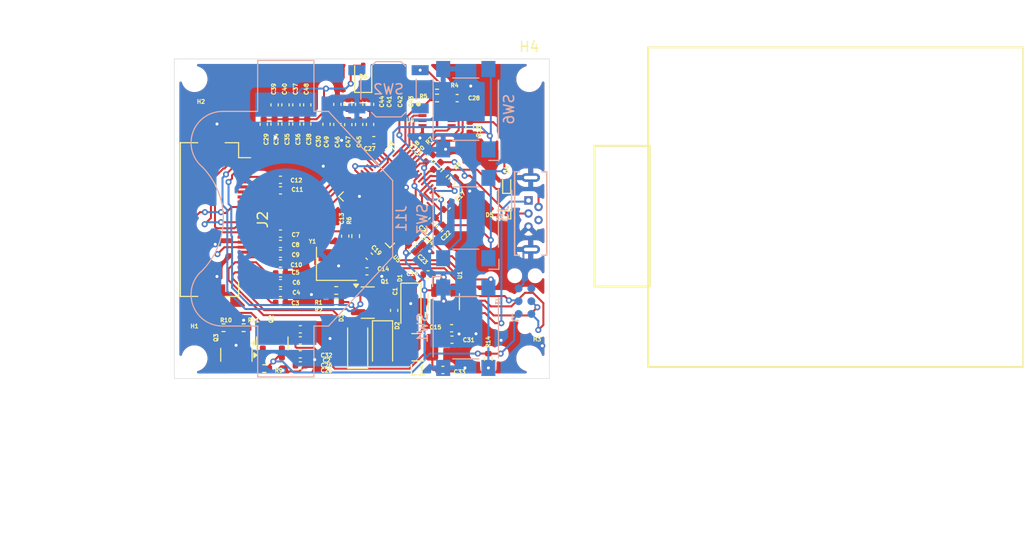
<source format=kicad_pcb>
(kicad_pcb (version 20240108) (generator "pcbnew") (generator_version "8.0")
  (layers (0 "F.Cu" signal) (31 "B.Cu" signal) (34 "B.Paste" user) (35 "F.Paste" user) (36 "B.SilkS" user "B.Silkscreen") (37 "F.SilkS" user "F.Silkscreen") (38 "B.Mask" user) (39 "F.Mask" user) (44 "Edge.Cuts" user))
  (net 0 "")
  (net 1 "Net-(D1-A)")
  (net 2 "GND")
  (net 3 "/Eink/PREVGL")
  (net 4 "Net-(D3-A)")
  (net 5 "/Eink/PREVGH")
  (net 6 "/Eink/VGH")
  (net 7 "/Eink/VSL")
  (net 8 "/Eink/VGL")
  (net 9 "/RP2040/XIN")
  (net 10 "/Eink/CLK")
  (net 11 "/Eink/EPD_CS")
  (net 12 "/Eink/VPP")
  (net 13 "/Eink/GDR")
  (net 14 "/Eink/VDD")
  (net 15 "/Eink/RESE")
  (net 16 "/Eink/VCOM")
  (net 17 "/Eink/DIN")
  (net 18 "/Eink/EPD_BUSY")
  (net 19 "/Eink/VSH")
  (net 20 "Net-(C14-Pad1)")
  (net 21 "VBUS")
  (net 22 "/RP2040/GPIO21")
  (net 23 "3V")
  (net 24 "+1V1")
  (net 25 "/RP2040/~{USB_BOOT}")
  (net 26 "Net-(Q2-G)")
  (net 27 "/RP2040/QSPI_SS")
  (net 28 "/RP2040/XOUT")
  (net 29 "/RP2040/USB_D+")
  (net 30 "Net-(U5-USB_DP)")
  (net 31 "Net-(U5-USB_DM)")
  (net 32 "/RP2040/USB_D-")
  (net 33 "/RP2040/QSPI_SCLK")
  (net 34 "/RP2040/QSPI_SD1")
  (net 35 "/RP2040/QSPI_SD0")
  (net 36 "/RP2040/QSPI_SD2")
  (net 37 "/RP2040/QSPI_SD3")
  (net 38 "/RP2040/SWCLK")
  (net 39 "/RP2040/SWD")
  (net 40 "/RP2040/GPIO6")
  (net 41 "/RP2040/GPIO19")
  (net 42 "/RP2040/GPIO4")
  (net 43 "/RP2040/GPIO5")
  (net 44 "/RP2040/GPIO13")
  (net 45 "/RP2040/GPIO15")
  (net 46 "/RP2040/GPIO28_ADC2")
  (net 47 "/RP2040/GPIO25")
  (net 48 "/RP2040/GPIO16")
  (net 49 "/RP2040/GPIO12")
  (net 50 "/RP2040/GPIO22")
  (net 51 "/RP2040/GPIO26_ADC0")
  (net 52 "/RP2040/GPIO27_ADC1")
  (net 53 "/RP2040/GPIO17")
  (net 54 "/RP2040/GPIO18")
  (net 55 "/RP2040/GPIO29_ADC3")
  (net 56 "/RP2040/RUN")
  (net 57 "/RP2040/GPIO14")
  (net 58 "/RP2040/GPIO20")
  (net 59 "/RP2040/GPIO0")
  (net 60 "/RP2040/GPIO24")
  (net 61 "/RP2040/GPIO23")
  (net 62 "Net-(Q3-G)")
  (net 65 "Net-(D6-A)")
  (net 66 "Net-(D6-K)")
  (net 67 "EPD_3V")
  (net 68 "/RP2040/GPIO1")
  (net 69 "/RP2040/GPIO7")
  (net 73 "/Eink/EPD_RST")
  (net 74 "/Eink/EPD_DC")
  (footprint "Capacitor_SMD:C_0402_1005Metric" (layer "F.Cu") (at 156.52 111.135195)
    (property "Reference" "C14")
    (property "Value" "15p")
  )
  (footprint "Capacitor_SMD:C_0402_1005Metric" (layer "F.Cu") (at 149.5 94.57 90)
    (property "Reference" "C37")
    (property "Value" "10u")
  )
  (footprint "Capacitor_SMD:C_0402_1005Metric" (layer "F.Cu") (at 154.359889 107.63466 -90)
    (property "Reference" "C13")
    (property "Value" "15p")
  )
  (footprint "Capacitor_SMD:C_0402_1005Metric" (layer "F.Cu") (at 161 108.885195 -45)
    (property "Reference" "C23")
    (property "Value" "100n")
  )
  (footprint "Capacitor_SMD:C_0402_1005Metric" (layer "F.Cu") (at 147.92 113.285 180)
    (property "Reference" "C4")
    (property "Value" "1uF")
  )
  (footprint "Resistor_SMD:R_0402_1005Metric" (layer "F.Cu") (at 155.4 107.635195 -90)
    (property "Reference" "R6")
    (property "Value" "1k")
  )
  (footprint "Diode_SMD:D_SOD-923" (layer "F.Cu") (at 170.43 102.52 90)
    (property "Reference" "D4")
    (property "Value" "ESD9B3.3ST5G")
  )
  (footprint "Package_TO_SOT_SMD:SOT-23" (layer "F.Cu") (at 156.6025 114.25)
    (property "Reference" "Q1")
    (property "Value" "AO3400A")
  )
  (footprint "Capacitor_SMD:C_0402_1005Metric" (layer "F.Cu") (at 147.92 102.03 180)
    (property "Reference" "C11")
    (property "Value" "1uF")
  )
  (footprint "Capacitor_SMD:C_0402_1005Metric" (layer "F.Cu") (at 153.583334 94.52 90)
    (property "Reference" "C44")
    (property "Value" "10u")
  )
  (footprint "Capacitor_SMD:C_0402_1005Metric" (layer "F.Cu") (at 147.92 107.385 180)
    (property "Reference" "C7")
    (property "Value" "100n")
  )
  (footprint "Resistor_SMD:R_0402_1005Metric" (layer "F.Cu") (at 146.30625 120.8175)
    (property "Reference" "R9")
    (property "Value" "47k")
  )
  (footprint "Diode_SMD:D_SOD-123" (layer "F.Cu") (at 160.9 114.67 -90)
    (property "Reference" "D1")
    (property "Value" "MBR0530")
  )
  (footprint "Capacitor_SMD:C_0402_1005Metric" (layer "F.Cu") (at 156.833334 96.52 -90)
    (property "Reference" "C45")
    (property "Value" "10u")
  )
  (footprint "Resistor_SMD:R_0402_1005Metric" (layer "F.Cu") (at 153.47 114.19)
    (property "Reference" "R2")
    (property "Value" "3")
  )
  (footprint "Resistor_SMD:R_0402_1005Metric" (layer "F.Cu") (at 168.6 119.84 90)
    (property "Reference" "R14")
    (property "Value" "10k")
  )
  (footprint "Brammm:SON50P300X200X60-9N" (layer "F.Cu") (at 163.5 95.885195)
    (property "Reference" "U4")
    (property "Value" "ZD25WQ32CEIGR" (hide yes))
  )
  (footprint "Capacitor_SMD:C_0402_1005Metric" (layer "F.Cu") (at 163.75 106.885195 -135)
    (property "Reference" "C22")
    (property "Value" "1uF")
  )
  (footprint "Capacitor_SMD:C_0402_1005Metric" (layer "F.Cu") (at 165.5 93.9)
    (property "Reference" "C28")
    (property "Value" "100n")
  )
  (footprint "Capacitor_SMD:C_0402_1005Metric" (layer "F.Cu") (at 164.99 117.94 180)
    (property "Reference" "C31")
    (property "Value" "100n")
  )
  (footprint "Resistor_SMD:R_0402_1005Metric" (layer "F.Cu") (at 166.75 96.8 -90)
    (property "Reference" "R13")
    (property "Value" "10k")
  )
  (footprint "MountingHole:MountingHole_2.1mm" (layer "F.Cu") (at 172.68 92)
    (property "Reference" "H4")
    (property "Value" "MountingHole")
  )
  (footprint "Capacitor_SMD:C_0402_1005Metric" (layer "F.Cu") (at 148.416667 94.57 90)
    (property "Reference" "C40")
    (property "Value" "10u")
  )
  (footprint "Capacitor_SMD:C_0402_1005Metric" (layer "F.Cu") (at 156.75 109.635195 -45)
    (property "Reference" "C19")
    (property "Value" "100n")
  )
  (footprint "Capacitor_SMD:C_0402_1005Metric" (layer "F.Cu") (at 147.333334 96.48 -90)
    (property "Reference" "C34")
    (property "Value" "10u")
  )
  (footprint "Capacitor_SMD:C_0402_1005Metric" (layer "F.Cu") (at 155.75 94.52 90)
    (property "Reference" "C42")
    (property "Value" "10u")
  )
  (footprint "Capacitor_SMD:C_0402_1005Metric" (layer "F.Cu") (at 165 102.135195 45)
    (property "Reference" "C20")
    (property "Value" "1uF")
  )
  (footprint "Diode_SMD:D_SOD-323" (layer "F.Cu") (at 156.15 91.725 90)
    (property "Reference" "D6")
    (property "Value" "LBAT54HT1G")
  )
  (footprint "MountingHole:MountingHole_2.1mm" (layer "F.Cu") (at 139.36 119.8)
    (property "Reference" "H1")
    (property "Value" "MountingHole")
  )
  (footprint "Capacitor_SMD:C_0402_1005Metric" (layer "F.Cu") (at 149.88982 120.5)
    (property "Reference" "C25")
    (property "Value" "100n")
  )
  (footprint "Capacitor_SMD:C_0402_1005Metric" (layer "F.Cu") (at 147.92 111.335 180)
    (property "Reference" "C5")
    (property "Value" "1uF")
  )
  (footprint "Capacitor_SMD:C_0402_1005Metric" (layer "F.Cu") (at 156.833334 94.52 90)
    (property "Reference" "C43")
    (property "Value" "10u")
  )
  (footprint "Capacitor_SMD:C_0402_1005Metric" (layer "F.Cu") (at 152.5 96.5 -90)
    (property "Reference" "C30")
    (property "Value" "10u")
  )
  (footprint "Capacitor_SMD:C_0402_1005Metric" (layer "F.Cu") (at 163 106.135195 -135)
    (property "Reference" "C21")
    (property "Value" "100n")
  )
  (footprint "Capacitor_SMD:C_0402_1005Metric" (layer "F.Cu") (at 157.2 98.085195 180)
    (property "Reference" "C27")
    (property "Value" "100n")
  )
  (footprint "Resistor_SMD:R_0402_1005Metric" (layer "F.Cu") (at 153.47 113.04)
    (property "Reference" "R1")
    (property "Value" "10k")
  )
  (footprint "Capacitor_SMD:C_0402_1005Metric" (layer "F.Cu") (at 159.23 115.03 90)
    (property "Reference" "C1")
    (property "Value" "100n")
  )
  (footprint "Capacitor_SMD:C_0402_1005Metric" (layer "F.Cu") (at 154.666667 94.52 90)
    (property "Reference" "C41")
    (property "Value" "10u")
  )
  (footprint "Diode_SMD:D_SOD-923" (layer "F.Cu") (at 169.975 105.525 180)
    (property "Reference" "D5")
    (property "Value" "ESD9B3.3ST5G")
  )
  (footprint "Capacitor_SMD:C_0402_1005Metric" (layer "F.Cu") (at 148.416667 96.48 -90)
    (property "Reference" "C35")
    (property "Value" "10u")
  )
  (footprint "Capacitor_SMD:C_0402_1005Metric" (layer "F.Cu") (at 153.583334 96.52 -90)
    (property "Reference" "C49")
    (property "Value" "10u")
  )
  (footprint "Resistor_SMD:R_0402_1005Metric" (layer "F.Cu") (at 164.25 101.385195 -135)
    (property "Reference" "R8")
    (property "Value" "27")
  )
  (footprint "Capacitor_SMD:C_0402_1005Metric" (layer "F.Cu") (at 161.75 108.135195 -45)
    (property "Reference" "C24")
    (property "Value" "100n")
  )
  (footprint "Capacitor_SMD:C_0402_1005Metric" (layer "F.Cu") (at 147.92 114.26 180)
    (property "Reference" "C3")
    (property "Value" "1uF")
  )
  (footprint "Resistor_SMD:R_0402_1005Metric" (layer "F.Cu") (at 163.5 93.885195 180)
    (property "Reference" "R5")
    (property "Value" "DNF")
  )
  (footprint "Capacitor_SMD:C_0402_1005Metric" (layer "F.Cu") (at 147.92 103.08 180)
    (property "Reference" "C12")
    (property "Value" "1uF")
  )
  (footprint "Package_DFN_QFN:QFN-56-1EP_7x7mm_P0.4mm_EP3.2x3.2mm" (layer "F.Cu") (at 158.8125 103.685195 -45)
    (property "Reference" "U5")
    (property "Value" "RP2040")
  )
  (footprint "Capacitor_SMD:C_0402_1005Metric" (layer "F.Cu") (at 149.88982 118.015462 180)
    (property "Reference" "C2")
    (property "Value" "10u")
  )
  (footprint "Diode_SMD:D_SOD-123" (layer "F.Cu") (at 155.6 118.42 90)
    (property "Reference" "D3")
    (property "Value" "MBR0530")
  )
  (footprint "Capacitor_SMD:C_0402_1005Metric" (layer "F.Cu") (at 154.666667 96.54 -90)
    (property "Reference" "C46")
    (property "Value" "10u")
  )
  (footprint "Resistor_SMD:R_0402_1005Metric" (layer "F.Cu") (at 163.5 100.635195 -135)
    (property "Reference" "R7")
    (property "Value" "27")
  )
  (footprint "Resistor_SMD:R_0402_1005Metric" (layer "F.Cu") (at 163.5 92.635195)
    (property "Reference" "R4")
    (property "Value" "1k")
  )
  (footprint "Brammm:display" (layer "F.Cu") (at 203.17 105.15)
    (property "Reference" "TP1" (hide yes))
    (property "Value" "TestPoint")
  )
  (footprint "Diode_SMD:D_SOD-123" (layer "F.Cu") (at 158.075 118.42 -90)
    (property "Reference" "D2")
    (property "Value" "MBR0530")
  )
  (footprint "Capacitor_SMD:C_0402_1005Metric" (layer "F.Cu") (at 149.88982 116.908796 180)
    (property "Reference" "C32")
    (property "Value" "1uF")
  )
  (footprint "Capacitor_SMD:C_0402_1005Metric" (layer "F.Cu") (at 162.75 99.885195 45)
    (property "Reference" "C18")
    (property "Value" "100n")
  )
  (footprint "Capacitor_SMD:C_0402_1005Metric" (layer "F.Cu") (at 164.95 116.8)
    (property "Reference" "C15")
    (property "Value" "10u")
  )
  (footprint "Capacitor_SMD:C_0402_1005Metric" (layer "F.Cu") (at 162.61 111.44 180)
    (property "Reference" "C16")
    (property "Value" "10u")
  )
  (footprint "Capacitor_SMD:C_0402_1005Metric" (layer "F.Cu") (at 150.583334 96.48 -90)
    (property "Reference" "C38")
    (property "Value" "10u")
  )
  (footprint "Capacitor_SMD:C_0402_1005Metric" (layer "F.Cu") (at 149.5 96.48 -90)
    (property "Reference" "C36")
    (property "Value" "10u")
  )
  (footprint "Resistor_SMD:R_0402_1005Metric" (layer "F.Cu") (at 142.25 116.75 180)
    (property "Reference" "R10")
    (property "Value" "10k")
  )
  (footprint "Capacitor_SMD:C_0402_1005Metric" (layer "F.Cu") (at 164.08 120.95 180)
    (property "Reference" "C33")
    (property "Value" "1uF")
  )
  (footprint "Capacitor_SMD:C_0402_1005Metric" (layer "F.Cu") (at 147.92 108.41 180)
    (property "Reference" "C8")
    (property "Value" "1uF")
  )
  (footprint "Resistor_SMD:R_0402_1005Metric" (layer "F.Cu") (at 144.25 116.75 180)
    (property "Reference" "R11")
    (property "Value" "47k")
  )
  (footprint "Package_TO_SOT_SMD:SOT-23" (layer "F.Cu") (at 143.53125 119.4425 -90)
    (property "Reference" "Q3")
    (property "Value" "AO3400A")
  )
  (footprint "Capacitor_SMD:C_0402_1005Metric" (layer "F.Cu") (at 147.92 110.36 180)
    (property "Reference" "C10")
    (property "Value" "1uF")
  )
  (footprint "Package_TO_SOT_SMD:SOT-23-5" (layer "F.Cu") (at 164.1675 114.16 90)
    (property "Reference" "U1")
    (property "Value" "MCP1802x-xx02xOT")
  )
  (footprint "Capacitor_SMD:C_0402_1005Metric" (layer "F.Cu") (at 147.92 112.31 180)
    (property "Reference" "C6")
    (property "Value" "1uF")
  )
  (footprint "Capacitor_SMD:C_0402_1005Metric" (layer "F.Cu") (at 146.25 96.5 -90)
    (property "Reference" "C29")
    (property "Value" "10u")
  )
  (footprint "Capacitor_SMD:C_0402_1005Metric" (layer "F.Cu") (at 164.5 104.635195 45)
    (property "Reference" "C17")
    (property "Value" "100n")
  )
  (footprint "Package_TO_SOT_SMD:SOT-23" (layer "F.Cu") (at 147.10625 118.3175 90)
    (property "Reference" "Q2")
    (property "Value" "AO3401A")
  )
  (footprint "Capacitor_SMD:C_0402_1005Metric" (layer "F.Cu") (at 147.92 109.385 180)
    (property "Reference" "C9")
    (property "Value" "1uF")
  )
  (footprint "MountingHole:MountingHole_2.1mm" (layer "F.Cu") (at 172.68 119.8)
    (property "Reference" "H3")
    (property "Value" "MountingHole")
  )
  (footprint "Brammm:Hirose_FH12-24S-0.5SH_1x24-1MP_P0.50mm_Horizontal" (layer "F.Cu") (at 142.45 105.985195 -90)
    (property "Reference" "J2")
    (property "Value" "Conn_01x24")
  )
  (footprint "Inductor_SMD:L_1210_3225Metric" (layer "F.Cu") (at 161.59 118.69 180)
    (property "Reference" "L1")
    (property "Value" "68uH")
  )
  (footprint "Capacitor_SMD:C_0402_1005Metric" (layer "F.Cu") (at 147.333334 94.57 90)
    (property "Reference" "C39")
    (property "Value" "10u")
  )
  (footprint "Crystal:Crystal_SMD_3225-4Pin_3.2x2.5mm" (layer "F.Cu") (at 153.5 110.385195)
    (property "Reference" "Y1")
    (property "Value" "ABM8-272-T3")
  )
  (footprint "Capacitor_SMD:C_0402_1005Metric" (layer "F.Cu") (at 149.88982 119.393332)
    (property "Reference" "C26")
    (property "Value" "100n")
  )
  (footprint "MountingHole:MountingHole_2.1mm" (layer "F.Cu") (at 139.36 92)
    (property "Reference" "H2")
    (property "Value" "MountingHole")
  )
  (footprint "Capacitor_SMD:C_0402_1005Metric" (layer "F.Cu") (at 150.583334 94.57 90)
    (property "Reference" "C48")
    (property "Value" "10u")
  )
  (footprint "Capacitor_SMD:C_0402_1005Metric" (layer "F.Cu") (at 155.75 96.52 -90)
    (property "Reference" "C47")
    (property "Value" "10u")
  )
  (footprint "Battery:BatteryHolder_Multicomp_BC-2001_1x2032" (layer "B.Cu") (at 148.45 105.9 -90)
    (property "Reference" "J11")
    (property "Value" "BAT-HLD-001-THM")
  )
  (footprint "Connector_USB:USB_Micro-B_Wuerth_614105150721_Vertical" (layer "B.Cu") (at 172.6 104.0825 -90)
    (property "Reference" "J5")
    (property "Value" "USB_B_Micro")
  )
  (footprint "Connector:Tag-Connect_TC2030-IDC-NL_2x03_P1.27mm_Vertical" (layer "B.Cu") (at 172.25 114.11 90)
    (property "Reference" "J3")
    (property "Value" "Conn_ARM_SWD_TagConnect_TC2030")
  )
  (footprint "Button_Switch_SMD:SW_SPST_Omron_B3FS-100xP" (layer "B.Cu") (at 166.36 116.75 -90)
    (property "Reference" "SW1")
    (property "Value" "SW_Omron_B3FS")
  )
  (footprint "Button_Switch_SMD:SW_SPST_Omron_B3FS-100xP" (layer "B.Cu") (at 166.36 105.8325 90)
    (property "Reference" "SW3")
    (property "Value" "SW_Omron_B3FS")
  )
  (footprint "Button_Switch_SMD:SW_SPST_Omron_B3FS-100xP" (layer "B.Cu") (at 166.36 95 90)
    (property "Reference" "SW6")
    (property "Value" "SW_Omron_B3FS")
  )
  (footprint "Brammm:SW_SPST_TL3342" (layer "B.Cu") (at 158.67 93.02)
    (property "Reference" "SW2")
    (property "Value" "SW_MEC_5E")
  )
  (gr_line (start 137.36 90) (end 174.68 90) (stroke (width 0.05)) (layer "Edge.Cuts"))
  (gr_line (start 137.36 121.8) (end 174.68 121.8) (stroke (width 0.05)) (layer "Edge.Cuts"))
  (gr_line (start 137.36 90) (end 137.36 121.8) (stroke (width 0.05)) (layer "Edge.Cuts"))
  (gr_line (start 174.68 90) (end 174.68 121.8) (stroke (width 0.05)) (layer "Edge.Cuts"))
  (segment (start 159.23 115.51) (end 159.23 115.615) (width 0.2) (layer "F.Cu") (net 1))
  (segment (start 159.23 115.51) (end 160.09 115.51) (width 0.2) (layer "F.Cu") (net 1))
  (segment (start 159.23 115.615) (end 158.075 116.77) (width 0.2) (layer "F.Cu") (net 1))
  (segment (start 160.09 115.51) (end 160.9 116.32) (width 0.2) (layer "F.Cu") (net 1))
  (segment (start 165.47 117.37) (end 165.69 117.37) (width 0.2) (layer "F.Cu") (net 2))
  (segment (start 150.36982 120.5) (end 150.5 120.5) (width 0.2) (layer "F.Cu") (net 2))
  (segment (start 141.425 108.45) (end 141.639805 108.235195) (width 0.2) (layer "F.Cu") (net 2))
  (segment (start 165.47 117.37) (end 165.47 116.84) (width 0.2) (layer "F.Cu") (net 2))
  (segment (start 157 111.135195) (end 157 110.064017) (width 0.2) (layer "F.Cu") (net 2))
  (segment (start 157.5 111.135195) (end 158 111.635195) (width 0.2) (layer "F.Cu") (net 2))
  (segment (start 142.58125 118.505) (end 143.495 118.505) (width 0.2) (layer "F.Cu") (net 2))
  (segment (start 164.16 111.72) (end 164.1675 111.7275) (width 0.2) (layer "F.Cu") (net 2))
  (segment (start 150.36982 119.393332) (end 150.36982 120.5) (width 0.2) (layer "F.Cu") (net 2))
  (segment (start 157 111.135195) (end 157.5 111.135195) (width 0.2) (layer "F.Cu") (net 2))
  (segment (start 148.4 103.55) (end 148.4 103.08) (width 0.2) (layer "F.Cu") (net 2))
  (segment (start 163.089411 99.545784) (end 163.796716 99.545784) (width 0.2) (layer "F.Cu") (net 2))
  (segment (start 153.4 110.285195) (end 153.705685 110.59088) (width 0.2) (layer "F.Cu") (net 2))
  (segment (start 154 108.395194) (end 154.079355 108.395194) (width 0.2) (layer "F.Cu") (net 2))
  (segment (start 164.56 120.95) (end 166.08 120.95) (width 0.2) (layer "F.Cu") (net 2))
  (segment (start 148.285 121.11) (end 148.175 121) (width 0.2) (layer "F.Cu") (net 2))
  (segment (start 166.08 120.95) (end 166.28 120.75) (width 0.2) (layer "F.Cu") (net 2))
  (segment (start 150.36982 120.5) (end 149.75982 121.11) (width 0.2) (layer "F.Cu") (net 2))
  (segment (start 141.62 96.495) (end 141.6 96.475) (width 0.2) (layer "F.Cu") (net 2))
  (segment (start 159.707695 102.79) (end 158.8125 103.685195) (width 0.2) (layer "F.Cu") (net 2))
  (segment (start 160.9 113.02) (end 160.9 114.33) (width 0.2) (layer "F.Cu") (net 2))
  (segment (start 152.859999 109.535195) (end 152.4 109.535195) (width 0.2) (layer "F.Cu") (net 2))
  (segment (start 148.214805 103.735195) (end 148.4 103.55) (width 0.2) (layer "F.Cu") (net 2))
  (segment (start 144.76 116.51) (end 144.25 116) (width 0.2) (layer "F.Cu") (net 2))
  (segment (start 163.796716 99.545784) (end 164.35 98.9925) (width 0.2) (layer "F.Cu") (net 2))
  (segment (start 143.495 118.505) (end 143.5 118.5) (width 0.2) (layer "F.Cu") (net 2))
  (segment (start 162.660589 106.474606) (end 162.783024 106.474606) (width 0.2) (layer "F.Cu") (net 2))
  (segment (start 141.639805 108.235195) (end 144.3 108.235195) (width 0.2) (layer "F.Cu") (net 2))
  (segment (start 157 110.064017) (end 157.089411 109.974606) (width 0.2) (layer "F.Cu") (net 2))
  (segment (start 165.395784 101.795784) (end 166.75 103.15) (width 0.2) (layer "F.Cu") (net 2))
  (segment (start 157 111.135195) (end 156.39 111.745195) (width 0.2) (layer "F.Cu") (net 2))
  (segment (start 162.13 111.44) (end 162.13 111.79) (width 0.2) (layer "F.Cu") (net 2))
  (segment (start 165.47 116.84) (end 165.43 116.8) (width 0.2) (layer "F.Cu") (net 2))
  (segment (start 162.05 97.025) (end 162.05 97.619266) (width 0.2) (layer "F.Cu") (net 2))
  (segment (start 149.75982 121.11) (end 148.285 121.11) (width 0.2) (layer "F.Cu") (net 2))
  (segment (start 154.1 110.985195) (end 153.4 110.285195) (width 0.2) (layer "F.Cu") (net 2))
  (segment (start 154.6 110.985195) (end 154.1 110.985195) (width 0.2) (layer "F.Cu") (net 2))
  (segment (start 144.76 116.75) (end 144.76 116.51) (width 0.2) (layer "F.Cu") (net 2))
  (segment (start 147.333334 97.733334) (end 147.4 97.8) (width 0.2) (layer "F.Cu") (net 2))
  (segment (start 162.05 97.025) (end 162.05 97.335195) (width 0.2) (layer "F.Cu") (net 2))
  (segment (start 164.1675 111.7275) (end 164.1675 115.2975) (width 0.2) (layer "F.Cu") (net 2))
  (segment (start 153.705685 110.59088) (end 153.705685 110.595893) (width 0.2) (layer "F.Cu") (net 2))
  (segment (start 165.339411 101.795784) (end 165.395784 101.795784) (width 0.2) (layer "F.Cu") (net 2))
  (segment (start 162.13 111.79) (end 160.9 113.02) (width 0.2) (layer "F.Cu") (net 2))
  (segment (start 160.9 114.33) (end 160.88 114.35) (width 0.2) (layer "F.Cu") (net 2))
  (segment (start 162.089411 108.474606) (end 162.75 109.135195) (width 0.2) (layer "F.Cu") (net 2))
  (segment (start 165.47 117.94) (end 165.47 117.37) (width 0.2) (layer "F.Cu") (net 2))
  (segment (start 141.62 113.435195) (end 141.62 111.67) (width 0.2) (layer "F.Cu") (net 2))
  (segment (start 162.05 97.335195) (end 162 97.385195) (width 0.2) (layer "F.Cu") (net 2))
  (segment (start 162.05 96.635195) (end 162.05 97.025) (width 0.2) (layer "F.Cu") (net 2))
  (segment (start 141.62 98.535195) (end 141.62 96.495) (width 0.2) (layer "F.Cu") (net 2))
  (segment (start 155.36 111.745195) (end 154.6 110.985195) (width 0.2) (layer "F.Cu") (net 2))
  (segment (start 154 108.395194) (end 152.859999 109.535195) (width 0.2) (layer "F.Cu") (net 2))
  (segment (start 156.39 111.745195) (end 155.36 111.745195) (width 0.2) (layer "F.Cu") (net 2))
  (segment (start 161.339411 109.224606) (end 162.089411 108.474606) (width 0.2) (layer "F.Cu") (net 2))
  (segment (start 160.41 102.79) (end 159.707695 102.79) (width 0.2) (layer "F.Cu") (net 2))
  (segment (start 157.398287 103.685195) (end 155.674714 105.408768) (width 0.2) (layer "F.Cu") (net 2))
  (segment (start 163.937857 91.578734) (end 164.693539 91.578734) (width 0.2) (layer "F.Cu") (net 2))
  (segment (start 144.3 103.735195) (end 148.214805 103.735195) (width 0.2) (layer "F.Cu") (net 2))
  (segment (start 148.4 103.08) (end 148.4 102.03) (width 0.2) (layer "F.Cu") (net 2))
  (segment (start 158.8125 103.685195) (end 157.398287 103.685195) (width 0.2) (layer "F.Cu") (net 2))
  (segment (start 153.4 110.285195) (end 152.4 109.285195) (width 0.2) (layer "F.Cu") (net 2))
  (segment (start 141.62 111.67) (end 141.6 111.65) (width 0.2) (layer "F.Cu") (net 2))
  (segment (start 147.333334 96.96) (end 147.333334 97.733334) (width 0.2) (layer "F.Cu") (net 2))
  (segment (start 162.05 97.619266) (end 161.799283 97.869983) (width 0.2) (layer "F.Cu") (net 2))
  (via (at 151 113.45) (size 0.6) (drill 0.3) (layers "F.Cu" "B.Cu") (net 2))
  (via (at 155.775 103.675) (size 0.6) (drill 0.3) (layers "F.Cu" "B.Cu") (net 2))
  (via (at 164.35 98.9925) (size 0.6) (drill 0.3) (layers "F.Cu" "B.Cu") (net 2))
  (via (at 166.28 120.75) (size 0.6) (drill 0.3) (layers "F.Cu" "B.Cu") (net 2))
  (via (at 161.799283 97.869983) (size 0.6) (drill 0.3) (layers "F.Cu" "B.Cu") (net 2))
  (via (at 164.16 114.11) (size 0.6) (drill 0.3) (layers "F.Cu" "B.Cu") (net 2))
  (via (at 141.6 111.65) (size 0.6) (drill 0.3) (layers "F.Cu" "B.Cu") (net 2))
  (via (at 158 111.635195) (size 0.6) (drill 0.3) (layers "F.Cu" "B.Cu") (net 2))
  (via (at 141.6 96.475) (size 0.6) (drill 0.3) (layers "F.Cu" "B.Cu") (net 2))
  (via (at 143.5 118.5) (size 0.6) (drill 0.3) (layers "F.Cu" "B.Cu") (net 2))
  (via (at 165.69 117.37) (size 0.6) (drill 0.3) (layers "F.Cu" "B.Cu") (net 2))
  (via (at 148.175 121) (size 0.6) (drill 0.3) (layers "F.Cu" "B.Cu") (net 2))
  (via (at 169.875 118) (size 0.6) (drill 0.3) (layers "F.Cu" "B.Cu") (net 2))
  (via (at 166.85 92.7) (size 0.6) (drill 0.3) (layers "F.Cu" "B.Cu") (net 2))
  (via (at 147.4 97.8) (size 0.6) (drill 0.3) (layers "F.Cu" "B.Cu") (net 2))
  (via (at 151.325 119.925) (size 0.6) (drill 0.3) (layers "F.Cu" "B.Cu") (net 2))
  (via (at 166.75 103.15) (size 0.6) (drill 0.3) (layers "F.Cu" "B.Cu") (net 2))
  (via (at 144.25 116) (size 0.6) (drill 0.3) (layers "F.Cu" "B.Cu") (net 2))
  (via (at 173.975 118.55) (size 0.6) (drill 0.3) (layers "F.Cu" "B.Cu") (net 2))
  (via (at 152.85 117.825) (size 0.6) (drill 0.3) (layers "F.Cu" "B.Cu") (net 2))
  (via (at 167.375 117.35) (size 0.6) (drill 0.3) (layers "F.Cu" "B.Cu") (net 2))
  (via (at 164.16 111.72) (size 0.6) (drill 0.3) (layers "F.Cu" "B.Cu") (net 2))
  (via (at 162.75 109.135195) (size 0.6) (drill 0.3) (layers "F.Cu" "B.Cu") (net 2))
  (via (at 154 98.1) (size 0.6) (drill 0.3) (layers "F.Cu" "B.Cu") (net 2))
  (via (at 153.705685 110.595893) (size 0.6) (drill 0.3) (layers "F.Cu" "B.Cu") (net 2))
  (via (at 152.175 100.675) (size 0.6) (drill 0.3) (layers "F.Cu" "B.Cu") (net 2))
  (via (at 160.41 102.79) (size 0.6) (drill 0.3) (layers "F.Cu" "B.Cu") (net 2))
  (via (at 160.88 114.35) (size 0.6) (drill 0.3) (layers "F.Cu" "B.Cu") (net 2))
  (via (at 141.425 108.45) (size 0.6) (drill 0.3) (layers "F.Cu" "B.Cu") (net 2))
  (segment (start 172.095 112.36) (end 172.095 109.075) (width 0.2) (layer "B.Cu") (net 2))
  (segment (start 162.05 98.125) (end 163.4825 98.125) (width 0.2) (layer "B.Cu") (net 2))
  (segment (start 171.615 112.84) (end 172.095 112.36) (width 0.2) (layer "B.Cu") (net 2))
  (segment (start 163.4825 98.125) (end 164.35 98.9925) (width 0.2) (layer "B.Cu") (net 2))
  (segment (start 143.15 111.485195) (end 143.4 111.235195) (width 0.2) (layer "F.Cu") (net 3))
  (segment (start 145.585195 111.835195) (end 147.035 113.285) (width 0.2) (layer "F.Cu") (net 3))
  (segment (start 155.29 118.83) (end 156.835 118.83) (width 0.2) (layer "F.Cu") (net 3))
  (segment (start 145.169509 111.235195) (end 144.3 111.235195) (width 0.2) (layer "F.Cu") (net 3))
  (segment (start 153.116977 115) (end 154.7 116.583023) (width 0.2) (layer "F.Cu") (net 3))
  (segment (start 156.835 118.83) (end 158.075 120.07) (width 0.2) (layer "F.Cu") (net 3))
  (segment (start 143.15 111.85) (end 143.15 111.485195) (width 0.2) (layer "F.Cu") (net 3))
  (segment (start 146.3 115) (end 143.15 111.85) (width 0.2) (layer "F.Cu") (net 3))
  (segment (start 154.7 118.24) (end 155.29 118.83) (width 0.2) (layer "F.Cu") (net 3))
  (segment (start 145.585195 111.650881) (end 145.169509 111.235195) (width 0.2) (layer "F.Cu") (net 3))
  (segment (start 143.4 111.235195) (end 144.3 111.235195) (width 0.2) (layer "F.Cu") (net 3))
  (segment (start 147.035 113.285) (end 147.44 113.285) (width 0.2) (layer "F.Cu") (net 3))
  (segment (start 154.7 116.583023) (end 154.7 118.24) (width 0.2) (layer "F.Cu") (net 3))
  (segment (start 145.585195 111.835195) (end 145.585195 111.650881) (width 0.2) (layer "F.Cu") (net 3))
  (segment (start 153.116977 115) (end 146.3 115) (width 0.2) (layer "F.Cu") (net 3))
  (segment (start 157.07 116.03) (end 157.07 114.72) (width 0.2) (layer "F.Cu") (net 4))
  (segment (start 157.07 114.72) (end 157.54 114.25) (width 0.2) (layer "F.Cu") (net 4))
  (segment (start 157.92 118.69) (end 160.23 118.69) (width 0.2) (layer "F.Cu") (net 4))
  (segment (start 156.33 116.77) (end 157.07 116.03) (width 0.2) (layer "F.Cu") (net 4))
  (segment (start 156 116.77) (end 157.92 118.69) (width 0.2) (layer "F.Cu") (net 4))
  (segment (start 158.93 114.25) (end 159.23 114.55) (width 0.2) (layer "F.Cu") (net 4))
  (segment (start 157.54 114.25) (end 158.93 114.25) (width 0.2) (layer "F.Cu") (net 4))
  (segment (start 155.6 116.77) (end 156 116.77) (width 0.2) (layer "F.Cu") (net 4))
  (segment (start 155.6 116.77) (end 156.33 116.77) (width 0.2) (layer "F.Cu") (net 4))
  (segment (start 145.485195 110.235195) (end 144.3 110.235195) (width 0.2) (layer "F.Cu") (net 5))
  (segment (start 143.4 110.235195) (end 142.75 110.885195) (width 0.2) (layer "F.Cu") (net 5))
  (segment (start 144.3 110.235195) (end 143.4 110.235195) (width 0.2) (layer "F.Cu") (net 5))
  (segment (start 154.1875 116.636209) (end 154.1875 119.4675) (width 0.2) (layer "F.Cu") (net 5))
  (segment (start 146.585 111.335) (end 145.485195 110.235195) (width 0.2) (layer "F.Cu") (net 5))
  (segment (start 147.44 111.335) (end 146.585 111.335) (width 0.2) (layer "F.Cu") (net 5))
  (segment (start 153.051291 115.5) (end 154.1875 116.636209) (width 0.2) (layer "F.Cu") (net 5))
  (segment (start 142.75 110.885195) (end 142.75 112.015685) (width 0.2) (layer "F.Cu") (net 5))
  (segment (start 146.234315 115.5) (end 153.051291 115.5) (width 0.2) (layer "F.Cu") (net 5))
  (segment (start 142.75 112.015685) (end 146.234315 115.5) (width 0.2) (layer "F.Cu") (net 5))
  (segment (start 154.1875 119.4675) (end 154.79 120.07) (width 0.2) (layer "F.Cu") (net 5))
  (segment (start 154.79 120.07) (end 155.6 120.07) (width 0.2) (layer "F.Cu") (net 5))
  (segment (start 146.33 103.08) (end 147.44 103.08) (width 0.2) (layer "F.Cu") (net 6))
  (segment (start 145.485195 102.235195) (end 144.3 102.235195) (width 0.2) (layer "F.Cu") (net 6))
  (segment (start 146.33 103.08) (end 145.485195 102.235195) (width 0.2) (layer "F.Cu") (net 6))
  (segment (start 147.44 112.31) (end 146.81 112.31) (width 0.2) (layer "F.Cu") (net 7))
  (segment (start 146.81 112.31) (end 145.235195 110.735195) (width 0.2) (layer "F.Cu") (net 7))
  (segment (start 145.235195 110.735195) (end 144.3 110.735195) (width 0.2) (layer "F.Cu") (net 7))
  (segment (start 146.175195 101.735195) (end 144.3 101.735195) (width 0.2) (layer "F.Cu") (net 8))
  (segment (start 146.47 102.03) (end 146.175195 101.735195) (width 0.2) (layer "F.Cu") (net 8))
  (segment (start 146.47 102.03) (end 147.44 102.03) (width 0.2) (layer "F.Cu") (net 8))
  (segment (start 154.55 106.385195) (end 154.375 106.560195) (width 0.2) (layer "F.Cu") (net 9))
  (segment (start 155.957556 105.69161) (end 155.263971 106.385195) (width 0.2) (layer "F.Cu") (net 9))
  (segment (start 152.4 111.235195) (end 152.2 111.235195) (width 0.2) (layer "F.Cu") (net 9))
  (segment (start 153.055535 107.15466) (end 154.359889 107.15466) (width 0.2) (layer "F.Cu") (net 9))
  (segment (start 155.263971 106.385195) (end 154.55 106.385195) (width 0.2) (layer "F.Cu") (net 9))
  (segment (start 154.375 106.685195) (end 154.359889 106.700306) (width 0.2) (layer "F.Cu") (net 9))
  (segment (start 154.359889 106.700306) (end 154.359889 107.15466) (width 0.2) (layer "F.Cu") (net 9))
  (segment (start 151.375 110.410195) (end 151.375 108.835195) (width 0.2) (layer "F.Cu") (net 9))
  (segment (start 151.375 108.835195) (end 153.055535 107.15466) (width 0.2) (layer "F.Cu") (net 9))
  (segment (start 152.2 111.235195) (end 151.375 110.410195) (width 0.2) (layer "F.Cu") (net 9))
  (segment (start 152.4 110.985195) (end 152.25 110.985195) (width 0.2) (layer "F.Cu") (net 9))
  (segment (start 152.4 110.985195) (end 152.5 110.985195) (width 0.2) (layer "F.Cu") (net 9))
  (segment (start 154.375 106.560195) (end 154.375 106.685195) (width 0.2) (layer "F.Cu") (net 9))
  (segment (start 142.082802 100.491051) (end 142.108949 100.491051) (width 0.2) (layer "F.Cu") (net 10))
  (segment (start 144.285195 106.25) (end 144.3 106.235195) (width 0.2) (layer "F.Cu") (net 10))
  (segment (start 143.5 99.1) (end 156.207204 99.1) (width 0.2) (layer "F.Cu") (net 10))
  (segment (start 141 101.573853) (end 142.082802 100.491051) (width 0.2) (layer "F.Cu") (net 10))
  (segment (start 141 105.825) (end 141 101.573853) (width 0.2) (layer "F.Cu") (net 10))
  (segment (start 140.375 106.45) (end 141 105.825) (width 0.2) (layer "F.Cu") (net 10))
  (segment (start 142.108949 100.491051) (end 143.5 99.1) (width 0.2) (layer "F.Cu") (net 10))
  (segment (start 142 106.25) (end 144.285195 106.25) (width 0.2) (layer "F.Cu") (net 10))
  (segment (start 156.207204 99.1) (end 157.37177 100.264566) (width 0.2) (layer "F.Cu") (net 10))
  (via (at 142 106.25) (size 0.6) (drill 0.3) (layers "F.Cu" "B.Cu") (net 10))
  (via (at 140.375 106.45) (size 0.6) (drill 0.3) (layers "F.Cu" "B.Cu") (net 10))
  (segment (start 142 106.25) (end 140.575 106.25) (width 0.2) (layer "B.Cu") (net 10))
  (segment (start 140.575 106.25) (end 140.375 106.45) (width 0.2) (layer "B.Cu") (net 10))
  (segment (start 151.725 105.735195) (end 154.367202 103.092993) (width 0.2) (layer "F.Cu") (net 11))
  (segment (start 144.3 105.735195) (end 151.725 105.735195) (width 0.2) (layer "F.Cu") (net 11))
  (segment (start 154.543343 103.092993) (end 154.367202 103.092993) (width 0.2) (layer "F.Cu") (net 11))
  (segment (start 144.3 109.235195) (end 146.465195 109.235195) (width 0.2) (layer "F.Cu") (net 12))
  (segment (start 146.615 109.385) (end 147.44 109.385) (width 0.2) (layer "F.Cu") (net 12))
  (segment (start 146.465195 109.235195) (end 146.615 109.385) (width 0.2) (layer "F.Cu") (net 12))
  (segment (start 155.665 113.3) (end 154.24 113.3) (width 0.2) (layer "F.Cu") (net 13))
  (segment (start 154.24 113.3) (end 153.98 113.04) (width 0.2) (layer "F.Cu") (net 13))
  (segment (start 155.87 114.4) (end 155.87 113.505) (width 0.2) (layer "F.Cu") (net 13))
  (segment (start 155.87 113.505) (end 155.665 113.3) (width 0.2) (layer "F.Cu") (net 13))
  (segment (start 143.252873 100.735195) (end 144.3 100.735195) (width 0.2) (layer "F.Cu") (net 13))
  (segment (start 142.497017 101.491051) (end 143.252873 100.735195) (width 0.2) (layer "F.Cu") (net 13))
  (via (at 155.87 114.4) (size 0.6) (drill 0.3) (layers "F.Cu" "B.Cu") (net 13))
  (via (at 142.497017 101.491051) (size 0.6) (drill 0.3) (layers "F.Cu" "B.Cu") (net 13))
  (segment (start 142.15 101.838068) (end 142.15 104.551471) (width 0.2) (layer "B.Cu") (net 13))
  (segment (start 144.4175 114.8925) (end 154.508971 114.8925) (width 0.2) (layer "B.Cu") (net 13))
  (segment (start 142.15 104.551471) (end 142.625 105.026471) (width 0.2) (layer "B.Cu") (net 13))
  (segment (start 155.87 114.428529) (end 155.87 114.4) (width 0.2) (layer "B.Cu") (net 13))
  (segment (start 142.497017 101.491051) (end 142.15 101.838068) (width 0.2) (layer "B.Cu") (net 13))
  (segment (start 154.508971 114.8925) (end 154.708971 115.0925) (width 0.2) (layer "B.Cu") (net 13))
  (segment (start 142.625 105.026471) (end 142.625 113.1) (width 0.2) (layer "B.Cu") (net 13))
  (segment (start 142.625 113.1) (end 144.4175 114.8925) (width 0.2) (layer "B.Cu") (net 13))
  (segment (start 155.206029 115.0925) (end 155.87 114.428529) (width 0.2) (layer "B.Cu") (net 13))
  (segment (start 154.708971 115.0925) (end 155.206029 115.0925) (width 0.2) (layer "B.Cu") (net 13))
  (segment (start 141.65 109.425) (end 142.339805 108.735195) (width 0.2) (layer "F.Cu") (net 14))
  (segment (start 144.3 108.735195) (end 146.514805 108.735195) (width 0.2) (layer "F.Cu") (net 14))
  (segment (start 146.514805 108.735195) (end 146.84 108.41) (width 0.2) (layer "F.Cu") (net 14))
  (segment (start 146.84 108.41) (end 147.44 108.41) (width 0.2) (layer "F.Cu") (net 14))
  (segment (start 142.339805 108.735195) (end 144.3 108.735195) (width 0.2) (layer "F.Cu") (net 14))
  (via (at 141.65 109.425) (size 0.6) (drill 0.3) (layers "F.Cu" "B.Cu") (net 14))
  (segment (start 143.1 101.9) (end 143.1 101.585195) (width 0.2) (layer "F.Cu") (net 15))
  (segment (start 154.655 114.19) (end 154.9575 114.4925) (width 0.2) (layer "F.Cu") (net 15))
  (segment (start 153.98 114.19) (end 154.655 114.19) (width 0.2) (layer "F.Cu") (net 15))
  (segment (start 154.9575 114.4925) (end 155.665 115.2) (width 0.2) (layer "F.Cu") (net 15))
  (segment (start 143.45 101.235195) (end 144.3 101.235195) (width 0.2) (layer "F.Cu") (net 15))
  (segment (start 143.1 101.585195) (end 143.45 101.235195) (width 0.2) (layer "F.Cu") (net 15))
  (segment (start 142.75 102.25) (end 143.1 101.9) (width 0.2) (layer "F.Cu") (net 15))
  (via (at 142.75 102.25) (size 0.6) (drill 0.3) (layers "F.Cu" "B.Cu") (net 15))
  (via (at 154.9575 114.4925) (size 0.6) (drill 0.3) (layers "F.Cu" "B.Cu") (net 15))
  (segment (start 143.025 107.6) (end 143.1 107.675) (width 0.2) (layer "B.Cu") (net 15))
  (segment (start 144.8175 114.4925) (end 154.9575 114.4925) (width 0.2) (layer "B.Cu") (net 15))
  (segment (start 143.025 104.7) (end 143.025 107.6) (width 0.2) (layer "B.Cu") (net 15))
  (segment (start 142.75 104.425) (end 143.025 104.7) (width 0.2) (layer "B.Cu") (net 15))
  (segment (start 143.1 112.775) (end 144.8175 114.4925) (width 0.2) (layer "B.Cu") (net 15))
  (segment (start 143.1 107.675) (end 143.1 112.775) (width 0.2) (layer "B.Cu") (net 15))
  (segment (start 142.75 102.25) (end 142.75 104.425) (width 0.2) (layer "B.Cu") (net 15))
  (segment (start 147.01 114.26) (end 147.44 114.26) (width 0.2) (layer "F.Cu") (net 16))
  (segment (start 144.485195 111.735195) (end 147.01 114.26) (width 0.2) (layer "F.Cu") (net 16))
  (segment (start 144.3 111.735195) (end 144.485195 111.735195) (width 0.2) (layer "F.Cu") (net 16))
  (segment (start 141.4 106.7) (end 141.4 101.739539) (width 0.2) (layer "F.Cu") (net 17))
  (segment (start 142.248488 100.891051) (end 142.358949 100.891051) (width 0.2) (layer "F.Cu") (net 17))
  (segment (start 143.75 99.5) (end 156.041518 99.5) (width 0.2) (layer "F.Cu") (net 17))
  (segment (start 143.464805 106.735195) (end 143.35 106.85) (width 0.2) (layer "F.Cu") (net 17))
  (segment (start 143.35 106.85) (end 141.55 106.85) (width 0.2) (layer "F.Cu") (net 17))
  (segment (start 142.358949 100.891051) (end 143.75 99.5) (width 0.2) (layer "F.Cu") (net 17))
  (segment (start 144.3 106.735195) (end 143.464805 106.735195) (width 0.2) (layer "F.Cu") (net 17))
  (segment (start 141.4 101.739539) (end 142.248488 100.891051) (width 0.2) (layer "F.Cu") (net 17))
  (segment (start 141.55 106.85) (end 141.4 106.7) (width 0.2) (layer "F.Cu") (net 17))
  (segment (start 156.041518 99.5) (end 157.088927 100.547409) (width 0.2) (layer "F.Cu") (net 17))
  (segment (start 154.448687 101.301283) (end 155.391871 102.244465) (width 0.2) (layer "F.Cu") (net 18))
  (segment (start 154.033912 101.301283) (end 151.1 104.235195) (width 0.2) (layer "F.Cu") (net 18))
  (segment (start 154.033912 101.301283) (end 154.448687 101.301283) (width 0.2) (layer "F.Cu") (net 18))
  (segment (start 151.1 104.235195) (end 144.3 104.235195) (width 0.2) (layer "F.Cu") (net 18))
  (segment (start 147.415195 110.335195) (end 147.44 110.36) (width 0.2) (layer "F.Cu") (net 19))
  (segment (start 147.44 110.36) (end 147.024315 110.36) (width 0.2) (layer "F.Cu") (net 19))
  (segment (start 147.024315 110.36) (end 146.39951 109.735195) (width 0.2) (layer "F.Cu") (net 19))
  (segment (start 146.39951 109.735195) (end 144.3 109.735195) (width 0.2) (layer "F.Cu") (net 19))
  (segment (start 155.4 108.735195) (end 155.4 108.145195) (width 0.2) (layer "F.Cu") (net 20))
  (segment (start 155.89 110.025195) (end 155.15 109.285195) (width 0.2) (layer "F.Cu") (net 20))
  (segment (start 155.15 109.285195) (end 154.6 109.285195) (width 0.2) (layer "F.Cu") (net 20))
  (segment (start 154.6 109.535195) (end 155.4 108.735195) (width 0.2) (layer "F.Cu") (net 20))
  (segment (start 156.04 111.135195) (end 155.89 110.985195) (width 0.2) (layer "F.Cu") (net 20))
  (segment (start 155.89 110.985195) (end 155.89 110.025195) (width 0.2) (layer "F.Cu") (net 20))
  (segment (start 164.47 116.8) (end 165.1175 116.1525) (width 0.2) (layer "F.Cu") (net 21))
  (segment (start 168.2725 115.2975) (end 165.1175 115.2975) (width 0.2) (layer "F.Cu") (net 21))
  (segment (start 165.1175 116.1525) (end 165.1175 115.2975) (width 0.2) (layer "F.Cu") (net 21))
  (segment (start 163.2175 115.2975) (end 163.2175 115.959999) (width 0.2) (layer "F.Cu") (net 21))
  (segment (start 164.057501 116.8) (end 164.47 116.8) (width 0.2) (layer "F.Cu") (net 21))
  (segment (start 163.2175 115.959999) (end 164.057501 116.8) (width 0.2) (layer "F.Cu") (net 21))
  (segment (start 169.9 116.3) (end 169.275 116.3) (width 0.2) (layer "F.Cu") (net 21))
  (segment (start 169.275 116.3) (end 168.2725 115.2975) (width 0.2) (layer "F.Cu") (net 21))
  (via (at 169.9 116.3) (size 0.6) (drill 0.3) (layers "F.Cu" "B.Cu") (net 21))
  (segment (start 169.9 105.04) (end 170.74 104.2) (width 0.2) (layer "B.Cu") (net 21))
  (segment (start 172.4825 104.2) (end 172.6 104.0825) (width 0.2) (layer "B.Cu") (net 21))
  (segment (start 170.74 104.2) (end 172.4825 104.2) (width 0.2) (layer "B.Cu") (net 21))
  (segment (start 169.9 116.3) (end 169.9 105.04) (width 0.2) (layer "B.Cu") (net 21))
  (segment (start 161.375242 102.760437) (end 161.375242 104.009953) (width 0.2) (layer "F.Cu") (net 23))
  (segment (start 162.798814 102.81015) (end 163.081657 103.092993) (width 0.2) (layer "F.Cu") (net 23))
  (segment (start 153.583334 95) (end 156.833334 95) (width 0.2) (layer "F.Cu") (net 23))
  (segment (start 162.2525 113.0225) (end 163.2175 113.0225) (width 0.2) (layer "F.Cu") (net 23))
  (segment (start 162.25 113.025) (end 162.2525 113.0225) (width 0.2) (layer "F.Cu") (net 23))
  (segment (start 161.25 102.096224) (end 161.25 102.635195) (width 0.2) (layer "F.Cu") (net 23))
  (segment (start 161.375242 104.009953) (end 159 106.385195) (width 0.2) (layer "F.Cu") (net 23))
  (segment (start 170.2 97.4) (end 170.2 101.175) (width 0.2) (layer "F.Cu") (net 23))
  (segment (start 158.597794 100.287401) (end 158.597794 99.798674) (width 0.2) (layer "F.Cu") (net 23))
  (segment (start 153.583334 96.04) (end 156.833334 96.04) (width 0.2) (layer "F.Cu") (net 23))
  (segment (start 164.01 93.885195) (end 164.01 94.195195) (width 0.2) (layer "F.Cu") (net 23))
  (segment (start 158.220298 99.416038) (end 158.597794 99.793532) (width 0.2) (layer "F.Cu") (net 23))
  (segment (start 163.09 111.44) (end 163.09 112.895) (width 0.2) (layer "F.Cu") (net 23))
  (segment (start 164.95 95.135195) (end 166.110195 95.135195) (width 0.2) (layer "F.Cu") (net 23))
  (segment (start 168.59 119.32) (end 168.6 119.33) (width 0.2) (layer "F.Cu") (net 23))
  (segment (start 146.81625 120.495) (end 148.05625 119.255) (width 0.2) (layer "F.Cu") (net 23))
  (segment (start 157.43 95) (end 157.68 95.25) (width 0.2) (layer "F.Cu") (net 23))
  (segment (start 159 106.385195) (end 158.565686 106.385195) (width 0.2) (layer "F.Cu") (net 23))
  (segment (start 157.68 95.25) (end 157.68 98.085195) (width 0.2) (layer "F.Cu") (net 23))
  (segment (start 157.68 98.085195) (end 157.68 98.87574) (width 0.2) (layer "F.Cu") (net 23))
  (segment (start 158.597794 99.798674) (end 160.624144 101.825024) (width 0.2) (layer "F.Cu") (net 23))
  (segment (start 163.339411 105.795784) (end 164.160589 104.974606) (width 0.2) (layer "F.Cu") (net 23))
  (segment (start 158.565686 106.385195) (end 157.943136 105.762645) (width 0.2) (layer "F.Cu") (net 23))
  (segment (start 157.017896 105.762645) (end 156.523242 106.257296) (width 0.2) (layer "F.Cu") (net 23))
  (segment (start 167.56 119.32) (end 168.59 119.32) (width 0.2) (layer "F.Cu") (net 23))
  (segment (start 160.624144 101.825024) (end 160.955514 101.825024) (width 0.2) (layer "F.Cu") (net 23))
  (segment (start 158.597794 99.793532) (end 158.597794 99.798674) (width 0.2) (layer "F.Cu") (net 23))
  (segment (start 149.40982 119.393332) (end 149.40982 120.5) (width 0.2) (layer "F.Cu") (net 23))
  (segment (start 164.160589 104.974606) (end 163.778866 104.974606) (width 0.2) (layer "F.Cu") (net 23))
  (segment (start 157.943136 105.762645) (end 157.017896 105.762645) (width 0.2) (layer "F.Cu") (net 23))
  (segment (start 163.9 103.911336) (end 163.081657 103.092993) (width 0.2) (layer "F.Cu") (net 23))
  (segment (start 161.25 102.635195) (end 161.375242 102.760437) (width 0.2) (layer "F.Cu") (net 23))
  (segment (start 156.5 102.385195) (end 158.597794 100.287401) (width 0.2) (layer "F.Cu") (net 23))
  (segment (start 167.370784 106.545784) (end 168.85 108.025) (width 0.2) (layer "F.Cu") (net 23))
  (segment (start 164.01 93.885195) (end 165.005195 93.885195) (width 0.2) (layer "F.Cu") (net 23))
  (segment (start 146.81625 120.8175) (end 146.81625 120.495) (width 0.2) (layer "F.Cu") (net 23))
  (segment (start 160.660589 108.545784) (end 161.410589 107.795784) (width 0.2) (layer "F.Cu") (net 23))
  (segment (start 153.563334 96.02) (end 153.583334 96.04) (width 0.2) (layer "F.Cu") (net 23))
  (segment (start 163.09 112.895) (end 163.2175 113.0225) (width 0.2) (layer "F.Cu") (net 23))
  (segment (start 161.667444 101.67878) (end 161.25 102.096224) (width 0.2) (layer "F.Cu") (net 23))
  (segment (start 169.83 119.33) (end 168.6 119.33) (width 0.2) (layer "F.Cu") (net 23))
  (segment (start 169.09 96.29) (end 169.55 96.75) (width 0.2) (layer "F.Cu") (net 23))
  (segment (start 163.081657 104.216852) (end 163.081657 104.277397) (width 0.2) (layer "F.Cu") (net 23))
  (segment (start 164.089411 106.545784) (end 163.339411 105.795784) (width 0.2) (layer "F.Cu") (net 23))
  (segment (start 163.9 104) (end 163.9 103.911336) (width 0.2) (layer "F.Cu") (net 23))
  (segment (start 162.25 103.358964) (end 162.25 103.385195) (width 0.2) (layer "F.Cu") (net 23))
  (segment (start 166.75 95.775) (end 166.75 96.29) (width 0.2) (layer "F.Cu") (net 23))
  (segment (start 157.68 98.87574) (end 158.220298 99.416038) (width 0.2) (layer "F.Cu") (net 23))
  (segment (start 160.955514 101.825024) (end 161.384601 101.395937) (width 0.2) (layer "F.Cu") (net 23))
  (segment (start 148.05625 119.255) (end 147.205625 120.105625) (width 0.2) (layer "F.Cu") (net 23))
  (segment (start 161.410589 107.697497) (end 160.536073 106.822981) (width 0.2) (layer "F.Cu") (net 23))
  (segment (start 163.081657 103.092993) (end 163.081657 104.277397) (width 0.2) (layer "F.Cu") (net 23))
  (segment (start 155.674714 101.961622) (end 156.098287 102.385195) (width 0.2) (layer "F.Cu") (net 23))
  (segment (start 165.005195 93.885195) (end 165.02 93.9) (width 0.2) (layer "F.Cu") (net 23))
  (segment (start 169.55 96.75) (end 170.2 97.4) (width 0.2) (layer "F.Cu") (net 23))
  (segment (start 156.833334 95) (end 156.833334 96.04) (width 0.2) (layer "F.Cu") (net 23))
  (segment (start 160.4 109.286553) (end 160.4 108.806373) (width 0.2) (layer "F.Cu") (net 23))
  (segment (start 156.098287 102.385195) (end 156.5 102.385195) (width 0.2) (layer "F.Cu") (net 23))
  (segment (start 162.25 103.385195) (end 163.081657 104.216852) (width 0.2) (layer "F.Cu") (net 23))
  (segment (start 166.75 96.29) (end 169.09 96.29) (width 0.2) (layer "F.Cu") (net 23))
  (segment (start 148.05625 119.255) (end 149.276948 119.255) (width 0.2) (layer "F.Cu") (net 23))
  (segment (start 161.410589 107.795784) (end 161.410589 107.697497) (width 0.2) (layer "F.Cu") (net 23))
  (segment (start 162.798814 102.81015) (end 162.25 103.358964) (width 0.2) (layer "F.Cu") (net 23))
  (segment (start 164.01 94.195195) (end 164.95 95.135195) (width 0.2) (layer "F.Cu") (net 23))
  (segment (start 152.5 96.02) (end 153.563334 96.02) (width 0.2) (layer "F.Cu") (net 23))
  (segment (start 160.4 108.806373) (end 160.660589 108.545784) (width 0.2) (layer "F.Cu") (net 23))
  (segment (start 163.778866 104.974606) (end 163.081657 104.277397) (width 0.2) (layer "F.Cu") (net 23))
  (segment (start 161.384601 101.395937) (end 161.667444 101.67878) (width 0.2) (layer "F.Cu") (net 23))
  (segment (start 156.833334 95) (end 157.43 95) (width 0.2) (layer "F.Cu") (net 23))
  (segment (start 163.200044 102.974606) (end 163.081657 103.092993) (width 0.2) (layer "F.Cu") (net 23))
  (segment (start 166.110195 95.135195) (end 166.75 95.775) (width 0.2) (layer "F.Cu") (net 23))
  (segment (start 164.089411 106.545784) (end 167.370784 106.545784) (width 0.2) (layer "F.Cu") (net 23))
  (via (at 169.83 119.33) (size 0.6) (drill 0.3) (layers "F.Cu" "B.Cu") (net 23))
  (via (at 163.9 104) (size 0.6) (drill 0.3) (layers "F.Cu" "B.Cu") (net 23))
  (via (at 168.85 108.025) (size 0.6) (drill 0.3) (layers "F.Cu" "B.Cu") (net 23))
  (via (at 161.25 102.635195) (size 0.6) (drill 0.3) (layers "F.Cu" "B.Cu") (net 23))
  (via (at 167.56 119.32) (size 0.6) (drill 0.3) (layers "F.Cu" "B.Cu") (net 23))
  (via (at 170.2 101.175) (size 0.6) (drill 0.3) (layers "F.Cu" "B.Cu") (net 23))
  (via (at 160.4 109.286553) (size 0.6) (drill 0.3) (layers "F.Cu" "B.Cu") (net 23))
  (via (at 162.25 113.025) (size 0.6) (drill 0.3) (layers "F.Cu" "B.Cu") (net 23))
  (via (at 147.205625 120.105625) (size 0.6) (drill 0.3) (layers "F.Cu" "B.Cu") (net 23))
  (segment (start 162.25 119.97) (end 162.25 119.85) (width 0.2) (layer "B.Cu") (net 23))
  (segment (start 163.9 106.22) (end 160.4 109.72) (width 0.2) (layer "B.Cu") (net 23))
  (segment (start 171.175 115.82) (end 171.175 117.985) (width 0.2) (layer "B.Cu") (net 23))
  (segment (start 160.4 110.25) (end 160.4 109.72) (width 0.2) (layer "B.Cu") (net 23))
  (segment (start 162.78 119.32) (end 167.56 119.32) (width 0.2) (layer "B.Cu") (net 23))
  (segment (start 170.2 101.175) (end 169.0575 101.175) (width 0.2) (layer "B.Cu") (net 23))
  (segment (start 171.175 115.82) (end 171.615 115.38) (width 0.2) (layer "B.Cu") (net 23))
  (segment (start 161.02 121.2) (end 162.25 119.97) (width 0.2) (layer "B.Cu") (net 23))
  (segment (start 162.55 104) (end 161.25 102.7) (width 0.2) (layer "B.Cu") (net 23))
  (segment (start 160.4 109.286553) (end 160.4 109.72) (width 0.2) (layer "B.Cu") (net 23))
  (segment (start 171.175 117.985) (end 169.83 119.33) (width 0.2) (layer "B.Cu") (net 23))
  (segment (start 163.9 104) (end 163.9 106.22) (width 0.2) (layer "B.Cu") (net 23))
  (segment (start 169.0575 101.175) (end 168.85 101.3825) (width 0.2) (layer "B.Cu") (net 23))
  (segment (start 162.25 113.025) (end 162.25 112.1) (width 0.2) (layer "B.Cu") (net 23))
  (segment (start 148.129154 120.105625) (end 149.223529 121.2) (width 0.2) (layer "B.Cu") (net 23))
  (segment (start 163.9 104) (end 162.55 104) (width 0.2) (layer "B.Cu") (net 23))
  (segment (start 161.25 102.7) (end 161.25 102.635195) (width 0.2) (layer "B.Cu") (net 23))
  (segment (start 162.25 112.1) (end 160.4 110.25) (width 0.2) (layer "B.Cu") (net 23))
  (segment (start 168.85 109.3825) (end 168.85 108.025) (width 0.2) (layer "B.Cu") (net 23))
  (segment (start 168.85 108.025) (end 168.85 101.3825) (width 0.2) (layer "B.Cu") (net 23))
  (segment (start 162.25 113.025) (end 162.25 119.85) (width 0.2) (layer "B.Cu") (net 23))
  (segment (start 162.25 119.85) (end 162.78 119.32) (width 0.2) (layer "B.Cu") (net 23))
  (segment (start 149.223529 121.2) (end 161.02 121.2) (width 0.2) (layer "B.Cu") (net 23))
  (segment (start 147.205625 120.105625) (end 148.129154 120.105625) (width 0.2) (layer "B.Cu") (net 23))
  (segment (start 156.077116 109.053402) (end 156.077116 107.269108) (width 0.2) (layer "F.Cu") (net 24))
  (segment (start 161.8115 100.403352) (end 162.387028 100.403352) (width 0.2) (layer "F.Cu") (net 24))
  (segment (start 165.248375 103.13989) (end 165.248375 103.062392) (width 0.2) (layer "F.Cu") (net 24))
  (segment (start 161.85 103.193279) (end 162.515972 102.527308) (width 0.2) (layer "F.Cu") (net 24))
  (segment (start 163.47265 102.135195) (end 163.812061 102.474606) (width 0.2) (layer "F.Cu") (net 24))
  (segment (start 162.515972 102.527308) (end 162.908085 102.135195) (width 0.2) (layer "F.Cu") (net 24))
  (segment (start 161.101758 101.113094) (end 160.789829 101.425024) (width 0.2) (layer "F.Cu") (net 24))
  (segment (start 156.077116 107.269108) (end 156.806085 106.540139) (width 0.2) (layer "F.Cu") (net 24))
  (segment (start 162.908085 102.135195) (end 163.47265 102.135195) (width 0.2) (layer "F.Cu") (net 24))
  (segment (start 157.183581 106.162645) (end 157.77745 106.162645) (width 0.2) (layer "F.Cu") (net 24))
  (segment (start 158.5 106.885195) (end 159.430875 106.885195) (width 0.2) (layer "F.Cu") (net 24))
  (segment (start 161.101758 101.113094) (end 161.8115 100.403352) (width 0.2) (layer "F.Cu") (net 24))
  (segment (start 161.85 103.55088) (end 161.85 103.193279) (width 0.2) (layer "F.Cu") (net 24))
  (segment (start 156.202347 109.178633) (end 156.077116 109.053402) (width 0.2) (layer "F.Cu") (net 24))
  (segment (start 162.410589 100.65279) (end 162.214092 100.849287) (width 0.2) (layer "F.Cu") (net 24))
  (segment (start 162.410589 100.224606) (end 162.410589 100.65279) (width 0.2) (layer "F.Cu") (net 24))
  (segment (start 165.248375 103.062392) (end 164.660589 102.474606) (width 0.2) (layer "F.Cu") (net 24))
  (segment (start 157.77745 106.162645) (end 158.5 106.885195) (width 0.2) (layer "F.Cu") (net 24))
  (segment (start 156.806085 106.540139) (end 157.183581 106.162645) (width 0.2) (layer "F.Cu") (net 24))
  (segment (start 162 104.31607) (end 162 103.700881) (width 0.2) (layer "F.Cu") (net 24))
  (segment (start 163.812061 102.474606) (end 164.660589 102.474606) (width 0.2) (layer "F.Cu") (net 24))
  (segment (start 159.430875 106.885195) (end 162 104.31607) (width 0.2) (layer "F.Cu") (net 24))
  (segment (start 162 103.700881) (end 161.85 103.55088) (width 0.2) (layer "F.Cu") (net 24))
  (via (at 162.214092 100.849287) (size 0.6) (drill 0.3) (layers "F.Cu" "B.Cu") (net 24))
  (via (at 165.248375 103.13989) (size 0.6) (drill 0.3) (layers "F.Cu" "B.Cu") (net 24))
  (segment (start 162.25 102.275) (end 163.11489 103.13989) (width 0.2) (layer "B.Cu") (net 24))
  (segment (start 162.214092 100.849287) (end 162.25 100.885195) (width 0.2) (layer "B.Cu") (net 24))
  (segment (start 163.11489 103.13989) (end 165.248375 103.13989) (width 0.2) (layer "B.Cu") (net 24))
  (segment (start 162.25 100.885195) (end 162.25 102.275) (width 0.2) (layer "B.Cu") (net 24))
  (segment (start 164.01 92.635195) (end 164.11 92.535195) (width 0.2) (layer "F.Cu") (net 25))
  (segment (start 162.494805 91.12) (end 161.82 91.12) (width 0.2) (layer "F.Cu") (net 25))
  (segment (start 164.01 92.635195) (end 162.494805 91.12) (width 0.2) (layer "F.Cu") (net 25))
  (via (at 161.82 91.12) (size 0.6) (drill 0.3) (layers "F.Cu" "B.Cu") (net 25))
  (segment (start 143.96875 120.8175) (end 145.79625 120.8175) (width 0.2) (layer "F.Cu") (net 26))
  (segment (start 145.79625 120.8175) (end 145.79625 119.615) (width 0.2) (layer "F.Cu") (net 26))
  (segment (start 143.53125 120.38) (end 143.96875 120.8175) (width 0.2) (layer "F.Cu") (net 26))
  (segment (start 145.79625 119.615) (end 146.15625 119.255) (width 0.2) (layer "F.Cu") (net 26))
  (segment (start 162.05 95.135195) (end 162.05 94.825195) (width 0.2) (layer "F.Cu") (net 27))
  (segment (start 162.05 94.825195) (end 162.99 93.885195) (width 0.2) (layer "F.Cu") (net 27))
  (segment (start 162.99 93.885195) (end 162.99 92.635195) (width 0.2) (layer "F.Cu") (net 27))
  (segment (start 159.404702 99.416038) (end 160.35 98.47074) (width 0.2) (layer "F.Cu") (net 27))
  (segment (start 160.35 98.47074) (end 160.35 95.903823) (width 0.2) (layer "F.Cu") (net 27))
  (segment (start 160.35 95.903823) (end 161.118628 95.135195) (width 0.2) (layer "F.Cu") (net 27))
  (segment (start 161.118628 95.135195) (end 162.05 95.135195) (width 0.2) (layer "F.Cu") (net 27))
  (segment (start 155.259999 106.954853) (end 156.240399 105.974453) (width 0.2) (layer "F.Cu") (net 28))
  (segment (start 165.23 100.274571) (end 163.860624 100.274571) (width 0.2) (layer "F.Cu") (net 29))
  (segment (start 166.774571 101.624571) (end 170.41 105.26) (width 0.2) (layer "F.Cu") (net 29))
  (segment (start 170.395 105.525) (end 170.5375 105.3825) (width 0.2) (layer "F.Cu") (net 29))
  (segment (start 166.24 101.624571) (end 166.774571 101.624571) (width 0.2) (layer "F.Cu") (net 29))
  (segment (start 170.41 105.26) (end 170.41 105.51) (width 0.2) (layer "F.Cu") (net 29))
  (segment (start 170.5375 105.3825) (end 172.6 105.3825) (width 0.2) (layer "F.Cu") (net 29))
  (segment (start 170.41 105.51) (end 170.395 105.525) (width 0.2) (layer "F.Cu") (net 29))
  (via (at 166.24 101.624571) (size 0.6) (drill 0.3) (layers "F.Cu" "B.Cu") (net 29))
  (via (at 165.23 100.274571) (size 0.6) (drill 0.3) (layers "F.Cu" "B.Cu") (net 29))
  (segment (start 166.24 101.284571) (end 166.24 101.624571) (width 0.2) (layer "B.Cu") (net 29))
  (segment (start 165.23 100.274571) (end 166.24 101.284571) (width 0.2) (layer "B.Cu") (net 29))
  (segment (start 161.950286 101.961622) (end 162.737344 101.174565) (width 0.2) (layer "F.Cu") (net 30))
  (segment (start 162.737344 101.174565) (end 163.115815 101.174565) (width 0.2) (layer "F.Cu") (net 30))
  (segment (start 162.233129 102.244465) (end 162.842399 101.635195) (width 0.2) (layer "F.Cu") (net 31))
  (segment (start 162.97265 101.635195) (end 162.997194 101.659739) (width 0.2) (layer "F.Cu") (net 31))
  (segment (start 162.842399 101.635195) (end 162.97265 101.635195) (width 0.2) (layer "F.Cu") (net 31))
  (segment (start 163.600989 101.659739) (end 163.865815 101.924565) (width 0.2) (layer "F.Cu") (net 31))
  (segment (start 162.997194 101.659739) (end 163.600989 101.659739) (width 0.2) (layer "F.Cu") (net 31))
  (segment (start 169.4 102.95) (end 169.41 102.94) (width 0.2) (layer "F.Cu") (net 32))
  (segment (start 167.474571 101.024571) (end 169.4 102.95) (width 0.2) (layer "F.Cu") (net 32))
  (segment (start 173.19 102.94) (end 173.6 103.35) (width 0.2) (layer "F.Cu") (net 32))
  (segment (start 169.41 102.94) (end 170.43 102.94) (width 0.2) (layer "F.Cu") (net 32))
  (segment (start 170.43 102.94) (end 173.19 102.94) (width 0.2) (layer "F.Cu") (net 32))
  (segment (start 173.6 103.35) (end 173.6 104.7325) (width 0.2) (layer "F.Cu") (net 32))
  (segment (start 164.610624 101.024571) (end 167.474571 101.024571) (width 0.2) (layer "F.Cu") (net 32))
  (segment (start 165.1 97.635195) (end 165.65 97.085195) (width 0.2) (layer "F.Cu") (net 33))
  (segment (start 163.448287 97.635195) (end 165.1 97.635195) (width 0.2) (layer "F.Cu") (net 33))
  (segment (start 165.65 97.085195) (end 165.65 96.185195) (width 0.2) (layer "F.Cu") (net 33))
  (segment (start 160.536073 100.547409) (end 163.448287 97.635195) (width 0.2) (layer "F.Cu") (net 33))
  (segment (start 165.65 96.185195) (end 165.6 96.135195) (width 0.2) (layer "F.Cu") (net 33))
  (segment (start 165.6 96.135195) (end 164.95 96.135195) (width 0.2) (layer "F.Cu") (net 33))
  (segment (start 160.75 96.069509) (end 160.75 98.636425) (width 0.2) (layer "F.Cu") (net 34))
  (segment (start 160.75 98.636425) (end 159.687545 99.698881) (width 0.2) (layer "F.Cu") (net 34))
  (segment (start 161.184314 95.635195) (end 160.75 96.069509) (width 0.2) (layer "F.Cu") (net 34))
  (segment (start 162.05 95.635195) (end 161.184314 95.635195) (width 0.2) (layer "F.Cu") (net 34))
  (segment (start 163.382601 97.135195) (end 164.5 97.135195) (width 0.2) (layer "F.Cu") (net 35))
  (segment (start 164.5 97.135195) (end 164.95 96.685195) (width 0.2) (layer "F.Cu") (net 35))
  (segment (start 160.25323 100.264566) (end 163.382601 97.135195) (width 0.2) (layer "F.Cu") (net 35))
  (segment (start 164.95 96.685195) (end 164.95 96.635195) (width 0.2) (layer "F.Cu") (net 35))
  (segment (start 161.15 98.80211) (end 161.15 96.235195) (width 0.2) (layer "F.Cu") (net 36))
  (segment (start 161.25 96.135195) (end 162.05 96.135195) (width 0.2) (layer "F.Cu") (net 36))
  (segment (start 161.15 96.235195) (end 161.25 96.135195) (width 0.2) (layer "F.Cu") (net 36))
  (segment (start 159.970387 99.981723) (end 161.15 98.80211) (width 0.2) (layer "F.Cu") (net 36))
  (segment (start 165.165685 98.135195) (end 166.05 97.25088) (width 0.2) (layer "F.Cu") (net 37))
  (segment (start 166.05 96.019509) (end 165.665686 95.635195) (width 0.2) (layer "F.Cu") (net 37))
  (segment (start 166.05 97.25088) (end 166.05 96.019509) (width 0.2) (layer "F.Cu") (net 37))
  (segment (start 163.513971 98.135195) (end 165.165685 98.135195) (width 0.2) (layer "F.Cu") (net 37))
  (segment (start 160.818915 100.830251) (end 163.513971 98.135195) (width 0.2) (layer "F.Cu") (net 37))
  (segment (start 165.665686 95.635195) (end 164.95 95.635195) (width 0.2) (layer "F.Cu") (net 37))
  (segment (start 172.668367 115.525) (end 173.480111 114.713256) (width 0.2) (layer "F.Cu") (net 38))
  (segment (start 158.94159 110.85) (end 158.96159 110.83) (width 0.2) (layer "F.Cu") (net 38))
  (segment (start 157.088927 106.822981) (end 156.477116 107.434793) (width 0.2) (layer "F.Cu") (net 38))
  (segment (start 169.125 115.525) (end 172.668367 115.525) (width 0.2) (layer "F.Cu") (net 38))
  (segment (start 156.477116 107.434793) (end 156.477116 108.385526) (width 0.2) (layer "F.Cu") (net 38))
  (segment (start 164.228052 110.83) (end 165.7175 112.319448) (width 0.2) (layer "F.Cu") (net 38))
  (segment (start 165.7175 113.3875) (end 166.79 114.46) (width 0.2) (layer "F.Cu") (net 38))
  (segment (start 158.96159 110.83) (end 164.228052 110.83) (width 0.2) (layer "F.Cu") (net 38))
  (segment (start 165.7175 112.319448) (end 165.7175 113.3875) (width 0.2) (layer "F.Cu") (net 38))
  (segment (start 156.477116 108.385526) (end 158.94159 110.85) (width 0.2) (layer "F.Cu") (net 38))
  (segment (start 168.06 114.46) (end 169.125 115.525) (width 0.2) (layer "F.Cu") (net 38))
  (segment (start 166.79 114.46) (end 168.06 114.46) (width 0.2) (layer "F.Cu") (net 38))
  (via (at 173.480111 114.713256) (size 0.6) (drill 0.3) (layers "F.Cu" "B.Cu") (net 38))
  (segment (start 173.480111 114.713256) (end 173.480111 114.705111) (width 0.2) (layer "B.Cu") (net 38))
  (segment (start 173.480111 114.705111) (end 172.885 114.11) (width 0.2) (layer "B.Cu") (net 38))
  (segment (start 159.087276 110.43) (end 156.877116 108.21984) (width 0.2) (layer "F.Cu") (net 39))
  (segment (start 164.393737 110.43) (end 159.087276 110.43) (width 0.2) (layer "F.Cu") (net 39))
  (segment (start 174.08 114.305) (end 173.05 113.275) (width 0.2) (layer "F.Cu") (net 39))
  (segment (start 173.05 113.275) (end 172.248529 113.275) (width 0.2) (layer "F.Cu") (net 39))
  (segment (start 174.08 116.47) (end 174.08 114.305) (width 0.2) (layer "F.Cu") (net 39))
  (segment (start 172.248529 113.275) (end 170.898529 114.625) (width 0.2) (layer "F.Cu") (net 39))
  (segment (start 168.285 114.06) (end 167.14 114.06) (width 0.2) (layer "F.Cu") (net 39))
  (segment (start 168.85 114.625) (end 168.285 114.06) (width 0.2) (layer "F.Cu") (net 39))
  (segment (start 173.575 116.975) (end 174.08 116.47) (width 0.2) (layer "F.Cu") (net 39))
  (segment (start 167.14 114.06) (end 166.1175 113.0375) (width 0.2) (layer "F.Cu") (net 39))
  (segment (start 156.877116 108.21984) (end 156.877116 107.600478) (width 0.2) (layer "F.Cu") (net 39))
  (segment (start 166.1175 112.153763) (end 164.393737 110.43) (width 0.2) (layer "F.Cu") (net 39))
  (segment (start 166.1175 113.0375) (end 166.1175 112.153763) (width 0.2) (layer "F.Cu") (net 39))
  (segment (start 170.898529 114.625) (end 168.85 114.625) (width 0.2) (layer "F.Cu") (net 39))
  (segment (start 156.877116 107.600478) (end 157.37177 107.105824) (width 0.2) (layer "F.Cu") (net 39))
  (via (at 173.575 116.975) (size 0.6) (drill 0.3) (layers "F.Cu" "B.Cu") (net 39))
  (segment (start 173.575 116.975) (end 173.575 116.07) (width 0.2) (layer "B.Cu") (net 39))
  (segment (start 173.575 116.07) (end 172.885 115.38) (width 0.2) (layer "B.Cu") (net 39))
  (segment (start 170.225 113.6) (end 170.65 114.025) (width 0.2) (layer "F.Cu") (net 56))
  (segment (start 167.425 113.6) (end 167.6 113.6) (width 0.2) (layer "F.Cu") (net 56))
  (segment (start 167.6 113.6) (end 170.225 113.6) (width 0.2) (layer "F.Cu") (net 56))
  (segment (start 164.975 110.4) (end 166.575 112) (width 0.2) (layer "F.Cu") (net 56))
  (segment (start 164.605 110.03) (end 164.975 110.4) (width 0.2) (layer "F.Cu") (net 56))
  (segment (start 157.277116 107.766164) (end 157.277116 108.054154) (width 0.2) (layer "F.Cu") (net 56))
  (segment (start 157.277116 108.054154) (end 159.252962 110.03) (width 0.2) (layer "F.Cu") (net 56))
  (segment (start 166.575 112) (end 166.575 112.75) (width 0.2) (layer "F.Cu") (net 56))
  (segment (start 157.654613 107.388667) (end 157.277116 107.766164) (width 0.2) (layer "F.Cu") (net 56))
  (segment (start 166.575 112.75) (end 167.425 113.6) (width 0.2) (layer "F.Cu") (net 56))
  (segment (start 159.252962 110.03) (end 164.605 110.03) (width 0.2) (layer "F.Cu") (net 56))
  (via (at 170.65 114.025) (size 0.6) (drill 0.3) (layers "F.Cu" "B.Cu") (net 56))
  (segment (start 171.53 114.025) (end 171.615 114.11) (width 0.2) (layer "B.Cu") (net 56))
  (segment (start 170.65 114.025) (end 171.53 114.025) (width 0.2) (layer "B.Cu") (net 56))
  (segment (start 167.2925 111.9425) (end 168.85 111.9425) (width 0.2) (layer "F.Cu") (net 61))
  (segment (start 161.101758 106.257296) (end 164.474462 109.63) (width 0.2) (layer "F.Cu") (net 61))
  (segment (start 164.474462 109.63) (end 164.98 109.63) (width 0.2) (layer "F.Cu") (net 61))
  (segment (start 168.6 120.74) (end 168.61 120.75) (width 0.2) (layer "F.Cu") (net 61))
  (segment (start 168.6 120.35) (end 168.6 120.74) (width 0.2) (layer "F.Cu") (net 61))
  (segment (start 164.98 109.63) (end 167.2925 111.9425) (width 0.2) (layer "F.Cu") (net 61))
  (via (at 168.61 120.75) (size 0.6) (drill 0.3) (layers "F.Cu" "B.Cu") (net 61))
  (via (at 168.85 111.9425) (size 0.6) (drill 0.3) (layers "F.Cu" "B.Cu") (net 61))
  (segment (start 168.61 112.75) (end 168.61 120.75) (width 0.2) (layer "B.Cu") (net 61))
  (segment (start 168.61 120.185) (end 168.61 120.75) (width 0.2) (layer "B.Cu") (net 61))
  (segment (start 143.74 117.76375) (end 144.48125 118.505) (width 0.2) (layer "F.Cu") (net 62))
  (segment (start 143.74 116.75) (end 142.76 116.75) (width 0.2) (layer "F.Cu") (net 62))
  (segment (start 143.74 116.75) (end 143.74 117.76375) (width 0.2) (layer "F.Cu") (net 62))
  (segment (start 148.416667 96) (end 148.416667 95.05) (width 0.2) (layer "F.Cu") (net 65))
  (segment (start 151.5 96) (end 152.25 95.25) (width 0.2) (layer "F.Cu") (net 65))
  (segment (start 154.91 90.98) (end 155.215 90.675) (width 0.2) (layer "F.Cu") (net 65))
  (segment (start 146.25 96.02) (end 147.313334 96.02) (width 0.2) (layer "F.Cu") (net 65))
  (segment (start 152.25 93.15) (end 152.45 92.95) (width 0.2) (layer "F.Cu") (net 65))
  (segment (start 150.583334 96) (end 151.5 96) (width 0.2) (layer "F.Cu") (net 65))
  (segment (start 147.333334 96) (end 150.583334 96) (width 0.2) (layer "F.Cu") (net 65))
  (segment (start 147.313334 96.02) (end 147.333334 96) (width 0.2) (layer "F.Cu") (net 65))
  (segment (start 152.25 95.25) (end 152.25 93.15) (width 0.2) (layer "F.Cu") (net 65))
  (segment (start 155.215 90.675) (end 156.15 90.675) (width 0.2) (layer "F.Cu") (net 65))
  (segment (start 150.583334 95.05) (end 147.333334 95.05) (width 0.2) (layer "F.Cu") (net 65))
  (segment (start 154.91 92.46) (end 154.91 90.98) (width 0.2) (layer "F.Cu") (net 65))
  (via (at 154.91 92.46) (size 0.6) (drill 0.3) (layers "F.Cu" "B.Cu") (net 65))
  (via (at 152.45 92.95) (size 0.6) (drill 0.3) (layers "F.Cu" "B.Cu") (net 65))
  (segment (start 148.45 94.55) (end 150.05 92.95) (width 0.2) (layer "B.Cu") (net 65))
  (segment (start 152.45 92.95) (end 154.42 92.95) (width 0.2) (layer "B.Cu") (net 65))
  (segment (start 150.05 92.95) (end 152.45 92.95) (width 0.2) (layer "B.Cu") (net 65))
  (segment (start 154.91 92.46) (end 154.42 92.95) (width 0.2) (layer "B.Cu") (net 65))
  (segment (start 148.125 118.05) (end 148.125 116.465) (width 0.2) (layer "B.Cu") (net 65))
  (segment (start 159.75 96.020532) (end 159.75 97.575) (width 0.2) (layer "F.Cu") (net 66))
  (segment (start 156.504468 92.775) (end 159.75 96.020532) (width 0.2) (layer "F.Cu") (net 66))
  (segment (start 156.15 92.775) (end 156.504468 92.775) (width 0.2) (layer "F.Cu") (net 66))
  (via (at 159.75 97.575) (size 0.6) (drill 0.3) (layers "F.Cu" "B.Cu") (net 66))
  (segment (start 165.848375 102.498375) (end 164.7325 101.3825) (width 0.2) (layer "B.Cu") (net 66))
  (segment (start 165.848375 107.884125) (end 165.848375 102.498375) (width 0.2) (layer "B.Cu") (net 66))
  (segment (start 164.35 109.3825) (end 165.848375 107.884125) (width 0.2) (layer "B.Cu") (net 66))
  (segment (start 159.75 97.775) (end 159.75 97.575) (width 0.2) (layer "B.Cu") (net 66))
  (segment (start 162.175 100.2) (end 159.75 97.775) (width 0.2) (layer "B.Cu") (net 66))
  (segment (start 164.7325 101.3825) (end 164.35 101.3825) (width 0.2) (layer "B.Cu") (net 66))
  (segment (start 163.1675 100.2) (end 162.175 100.2) (width 0.2) (layer "B.Cu") (net 66))
  (segment (start 164.35 101.3825) (end 163.1675 100.2) (width 0.2) (layer "B.Cu") (net 66))
  (segment (start 163.59 120.96) (end 163.6 120.95) (width 0.2) (layer "F.Cu") (net 67))
  (segment (start 148.25 117.38) (end 148.721204 116.908796) (width 0.2) (layer "F.Cu") (net 67))
  (segment (start 151.25 118.75) (end 153.32 120.82) (width 0.2) (layer "F.Cu") (net 67))
  (segment (start 149.516372 118.75) (end 151.25 118.75) (width 0.2) (layer "F.Cu") (net 67))
  (segment (start 144.285195 107.25) (end 144.3 107.235195) (width 0.2) (layer "F.Cu") (net 67))
  (segment (start 140.275 114.775) (end 140.275 108.375) (width 0.2) (layer "F.Cu") (net 67))
  (segment (start 147.10625 117.38) (end 148.25 117.38) (width 0.2) (layer "F.Cu") (net 67))
  (segment (start 145.00125 115.275) (end 140.775 115.275) (width 0.2) (layer "F.Cu") (net 67))
  (segment (start 144.3 107.235195) (end 145.7 107.235195) (width 0.2) (layer "F.Cu") (net 67))
  (segment (start 163.13 120.96) (end 163.59 120.96) (width 0.2) (layer "F.Cu") (net 67))
  (segment (start 148.976598 118.015462) (end 148.341136 117.38) (width 0.2) (layer "F.Cu") (net 67))
  (segment (start 141.4 107.25) (end 144.285195 107.25) (width 0.2) (layer "F.Cu") (net 67))
  (segment (start 144.3 107.735195) (end 145.2 107.735195) (width 0.2) (layer "F.Cu") (net 67))
  (segment (start 149.40982 118.643448) (end 149.516372 118.75) (width 0.2) (layer "F.Cu") (net 67))
  (segment (start 145.2 107.735195) (end 145.7 107.235195) (width 0.2) (layer "F.Cu") (net 67))
  (segment (start 162.883866 118.69) (end 163.03 118.69) (width 0.2) (layer "F.Cu") (net 67))
  (segment (start 149.40982 118.015462) (end 149.40982 118.643448) (width 0.2) (layer "F.Cu") (net 67))
  (segment (start 163.03 120.86) (end 163.13 120.96) (width 0.2) (layer "F.Cu") (net 67))
  (segment (start 163.03 118.69) (end 163.03 120.86) (width 0.2) (layer "F.Cu") (net 67))
  (segment (start 149.40982 118.015462) (end 148.976598 118.015462) (width 0.2) (layer "F.Cu") (net 67))
  (segment (start 153.32 120.82) (end 160.753866 120.82) (width 0.2) (layer "F.Cu") (net 67))
  (segment (start 140.775 115.275) (end 140.275 114.775) (width 0.2) (layer "F.Cu") (net 67))
  (segment (start 163.74 117.94) (end 162.99 118.69) (width 0.2) (layer "F.Cu") (net 67))
  (segment (start 164.51 117.94) (end 163.74 117.94) (width 0.2) (layer "F.Cu") (net 67))
  (segment (start 147.290195 107.235195) (end 147.44 107.385) (width 0.2) (layer "F.Cu") (net 67))
  (segment (start 160.753866 120.82) (end 162.883866 118.69) (width 0.2) (layer "F.Cu") (net 67))
  (segment (start 147.10625 117.38) (end 145.00125 115.275) (width 0.2) (layer "F.Cu") (net 67))
  (segment (start 145.7 107.235195) (end 147.290195 107.235195) (width 0.2) (layer "F.Cu") (net 67))
  (segment (start 140.275 108.375) (end 141.4 107.25) (width 0.2) (layer "F.Cu") (net 67))
  (segment (start 148.25 117.38) (end 148.341136 117.38) (width 0.2) (layer "F.Cu") (net 67))
  (segment (start 148.721204 116.908796) (end 149.40982 116.908796) (width 0.2) (layer "F.Cu") (net 67))
  (segment (start 155.957556 101.67878) (end 155.35 101.071224) (width 0.2) (layer "F.Cu") (net 69))
  (segment (start 168.41 97.31) (end 168.75 97.65) (width 0.2) (layer "F.Cu") (net 69))
  (segment (start 166.75 97.31) (end 168.41 97.31) (width 0.2) (layer "F.Cu") (net 69))
  (segment (start 155.35 101.071224) (end 155.35 100.675) (width 0.2) (layer "F.Cu") (net 69))
  (segment (start 168.75 97.65) (end 168.825 97.725) (width 0.2) (layer "F.Cu") (net 69))
  (via (at 168.75 97.65) (size 0.6) (drill 0.3) (layers "F.Cu" "B.Cu") (net 69))
  (via (at 155.35 100.675) (size 0.6) (drill 0.3) (layers "F.Cu" "B.Cu") (net 69))
  (segment (start 168.85 90.9925) (end 168.85 97.55) (width 0.2) (layer "B.Cu") (net 69))
  (segment (start 159.15 99.175) (end 159.15 97.326471) (width 0.2) (layer "B.Cu") (net 69))
  (segment (start 168.85 98.9925) (end 168.85 97.75) (width 0.2) (layer "B.Cu") (net 69))
  (segment (start 168.85 97.55) (end 168.75 97.65) (width 0.2) (layer "B.Cu") (net 69))
  (segment (start 155.35 100.675) (end 157.65 100.675) (width 0.2) (layer "B.Cu") (net 69))
  (segment (start 167.885195 96.785195) (end 168.75 97.65) (width 0.2) (layer "B.Cu") (net 69))
  (segment (start 157.65 100.675) (end 159.15 99.175) (width 0.2) (layer "B.Cu") (net 69))
  (segment (start 168.85 97.75) (end 168.75 97.65) (width 0.2) (layer "B.Cu") (net 69))
  (segment (start 159.691276 96.785195) (end 167.885195 96.785195) (width 0.2) (layer "B.Cu") (net 69))
  (segment (start 159.15 97.326471) (end 159.691276 96.785195) (width 0.2) (layer "B.Cu") (net 69))
  (segment (start 142.085195 105.335195) (end 142.464805 105.335195) (width 0.2) (layer "F.Cu") (net 73))
  (segment (start 142.464805 105.335195) (end 143.064805 104.735195) (width 0.2) (layer "F.Cu") (net 73))
  (segment (start 144.3 104.735195) (end 151.299119 104.735195) (width 0.2) (layer "F.Cu") (net 73))
  (segment (start 139.25 105.9) (end 139.25 116.25) (width 0.2) (layer "F.Cu") (net 73))
  (segment (start 153.483004 102.55131) (end 153.483004 102.544662) (width 0.2) (layer "F.Cu") (net 73))
  (segment (start 154.067471 101.960195) (end 154.541913 101.960195) (width 0.2) (layer "F.Cu") (net 73))
  (segment (start 142 105.25) (end 142.085195 105.335195) (width 0.2) (layer "F.Cu") (net 73))
  (segment (start 151.299119 104.735195) (end 153.483004 102.55131) (width 0.2) (layer "F.Cu") (net 73))
  (segment (start 139.25 116.25) (end 139.75 116.75) (width 0.2) (layer "F.Cu") (net 73))
  (segment (start 154.541913 101.960195) (end 155.109028 102.527308) (width 0.2) (layer "F.Cu") (net 73))
  (segment (start 139.9 105.25) (end 139.25 105.9) (width 0.2) (layer "F.Cu") (net 73))
  (segment (start 153.483004 102.544662) (end 154.067471 101.960195) (width 0.2) (layer "F.Cu") (net 73))
  (segment (start 139.75 116.75) (end 141.74 116.75) (width 0.2) (layer "F.Cu") (net 73))
  (segment (start 143.064805 104.735195) (end 144.3 104.735195) (width 0.2) (layer "F.Cu") (net 73))
  (segment (start 140.4 105.25) (end 139.9 105.25) (width 0.2) (layer "F.Cu") (net 73))
  (via (at 142 105.25) (size 0.6) (drill 0.3) (layers "F.Cu" "B.Cu") (net 73))
  (via (at 140.4 105.25) (size 0.6) (drill 0.3) (layers "F.Cu" "B.Cu") (net 73))
  (segment (start 142 105.25) (end 140.4 105.25) (width 0.2) (layer "B.Cu") (net 73))
  (segment (start 153.883004 102.710348) (end 153.883004 102.716996) (width 0.2) (layer "F.Cu") (net 74))
  (segment (start 154.826186 102.81015) (end 154.44869 102.432654) (width 0.2) (layer "F.Cu") (net 74))
  (segment (start 153.883004 102.716996) (end 151.364805 105.235195) (width 0.2) (layer "F.Cu") (net 74))
  (segment (start 151.364805 105.235195) (end 144.3 105.235195) (width 0.2) (layer "F.Cu") (net 74))
  (segment (start 154.44869 102.432654) (end 154.160698 102.432654) (width 0.2) (layer "F.Cu") (net 74))
  (segment (start 154.160698 102.432654) (end 153.883004 102.710348) (width 0.2) (layer "F.Cu") (net 74))
  (zone (net 2) (net_name "GND") (layers "F&B.Cu") (connect_pads (clearance 0.5)) (min_thickness 0.25) (fill yes (thermal_gap 0.5) (thermal_bridge_width 0.5))
    (polygon (pts (xy 129.75 84.135195) (xy 179 84.135195) (xy 179 127.885195) (xy 128.75 128.135195)))
  )
)
</source>
